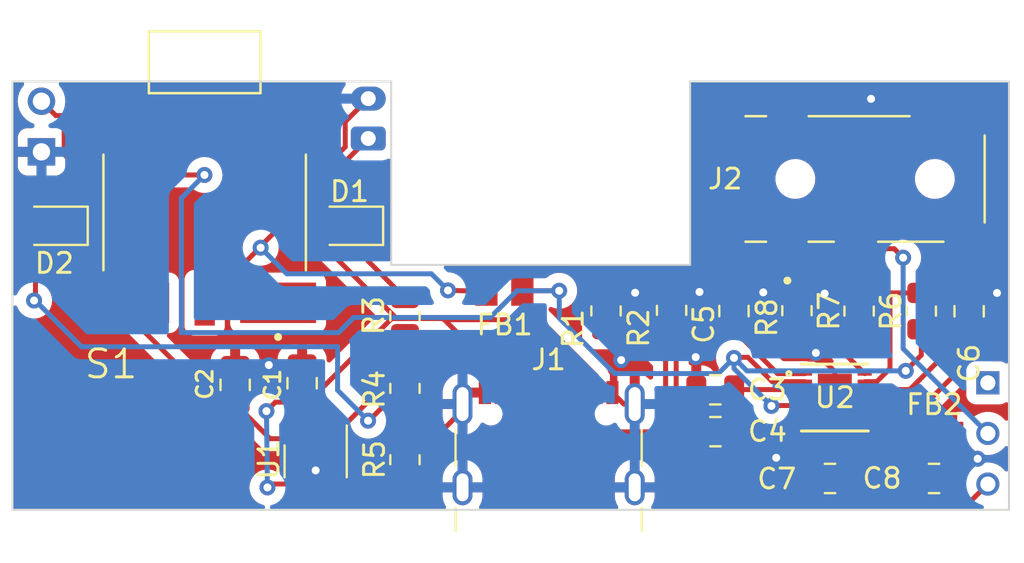
<source format=kicad_pcb>
(kicad_pcb (version 20221018) (generator pcbnew)
  (layers (0 "F.Cu" signal) (31 "B.Cu" signal) (34 "B.Paste" user) (35 "F.Paste" user) (36 "B.SilkS" user "B.Silkscreen") (37 "F.SilkS" user "F.Silkscreen") (38 "B.Mask" user) (39 "F.Mask" user) (44 "Edge.Cuts" user))
  (net 0 "")
  (net 7 "Net-(U2-TH)")
  (net 8 "Net-(U2-MICIN)")
  (net 9 "Net-(U2-MICBIAS)")
  (net 10 "Net-(U2-CT)")
  (net 11 "Net-(U2-CG)")
  (net 12 "Net-(U2-BIAS)")
  (net 13 "Net-(U1-V_{BAT})")
  (net 14 "Net-(U1-STAT)")
  (net 15 "Net-(U1-PROG)")
  (net 17 "Net-(J1-CC2)")
  (net 18 "Net-(J1-CC1)")
  (net 19 "Net-(D2-A)")
  (net 20 "Net-(D1-K)")
  (net 21 "GND")
  (net 22 "/OUTPUT")
  (net 23 "/5V")
  (net 24 "Net-(U2-MICOUT)")
  (net 26 "Net-(J2-Pad2)")
  (net 30 "/VBAT")
  (net 31 "VDD")
  (net 32 "unconnected-(U2-NC-Pad4)")
  (footprint "Capacitor_SMD:C_0805_2012Metric" (layer "F.Cu") (at 144.53 119.28 -90)
    (fp_text reference "C1" (at 0.08 1.48 90) (layer "F.SilkS") (effects (font (size 0.8 0.8))))
    (fp_text value "10uF")
    (fp_line (start -0.261252 -0.735) (end 0.261252 -0.735) (stroke (width 0.12)) (layer "F.SilkS"))
    (fp_line (start -0.261252 0.735) (end 0.261252 0.735) (stroke (width 0.12)) (layer "F.SilkS"))
    (pad "1" smd roundrect (at -0.95 0 270) (size 1 1.45) (layers "F.Cu" "F.Paste" "F.Mask") (net 21 "GND"))
    (pad "2" smd roundrect (at 0.95 0 270) (size 1 1.45) (layers "F.Cu" "F.Paste" "F.Mask") (net 23 "/5V"))
  )
  (footprint "Resistor_SMD:R_0805_2012Metric" (layer "F.Cu") (at 149.69 119.54 -90)
    (fp_text reference "R4" (at 0.05 1.54 90) (layer "F.SilkS"))
    (fp_text value "470")
    (fp_line (start -0.227064 -0.735) (end 0.227064 -0.735) (stroke (width 0.12)) (layer "F.SilkS"))
    (fp_line (start -0.227064 0.735) (end 0.227064 0.735) (stroke (width 0.12)) (layer "F.SilkS"))
    (pad "1" smd roundrect (at -0.9125 0 270) (size 1.025 1.4) (layers "F.Cu" "F.Paste" "F.Mask") (roundrect_rratio 0.243902439) (net 14 "Net-(U1-STAT)"))
    (pad "2" smd roundrect (at 0.9125 0 270) (size 1.025 1.4) (layers "F.Cu" "F.Paste" "F.Mask") (roundrect_rratio 0.243902439) (net 19 "Net-(D2-A)"))
  )
  (footprint "Capacitor_SMD:C_0805_2012Metric" (layer "F.Cu") (at 165.26 119.61)
    (fp_text reference "C3" (at 2.61 0) (layer "F.SilkS"))
    (fp_text value "2.2uF")
    (fp_line (start -0.261252 -0.735) (end 0.261252 -0.735) (stroke (width 0.12)) (layer "F.SilkS"))
    (fp_line (start -0.261252 0.735) (end 0.261252 0.735) (stroke (width 0.12)) (layer "F.SilkS"))
    (pad "1" smd roundrect (at -0.95 0) (size 1 1.45) (layers "F.Cu" "F.Paste" "F.Mask") (net 21 "GND"))
    (pad "2" smd roundrect (at 0.95 0) (size 1 1.45) (layers "F.Cu" "F.Paste" "F.Mask") (net 11 "Net-(U2-CG)"))
  )
  (footprint "Resistor_SMD:R_0805_2012Metric" (layer "F.Cu") (at 149.69 123.12 90)
    (fp_text reference "R5" (at 0.0025 -1.53 90) (layer "F.SilkS"))
    (fp_text value "2.2k")
    (fp_line (start -0.227064 -0.735) (end 0.227064 -0.735) (stroke (width 0.12)) (layer "F.SilkS"))
    (fp_line (start -0.227064 0.735) (end 0.227064 0.735) (stroke (width 0.12)) (layer "F.SilkS"))
    (pad "1" smd roundrect (at -0.9125 0 90) (size 1.025 1.4) (layers "F.Cu" "F.Paste" "F.Mask") (roundrect_rratio 0.243902439) (net 15 "Net-(U1-PROG)"))
    (pad "2" smd roundrect (at 0.9125 0 90) (size 1.025 1.4) (layers "F.Cu" "F.Paste" "F.Mask") (roundrect_rratio 0.243902439) (net 21 "GND"))
  )
  (footprint "" (layer "F.Cu") (at 178.94 119.26 -90)
    (fp_text reference "" (at 0 0 90) (layer "F.SilkS") (effects (font (size 1.27 1.27))))
    (fp_text value "" (at 0 0 90) (layer "F.SilkS") (effects (font (size 1.27 1.27))))
    (pad "1" thru_hole rect (at 0 0 270) (size 1.16 1.16) (drill 0.76) (layers "*.Cu" "*.Mask"))
  )
  (footprint "LED_SMD:LED_0805_2012Metric" (layer "F.Cu") (at 132.0875 111.38 180)
    (fp_text reference "D2" (at -0.01 -1.88) (layer "F.SilkS"))
    (fp_text value "LED")
    (fp_line (start -1.685 -0.96) (end -1.685 0.96) (stroke (width 0.12)) (layer "F.SilkS"))
    (fp_line (start -1.685 0.96) (end 1 0.96) (stroke (width 0.12)) (layer "F.SilkS"))
    (fp_line (start 1 -0.96) (end -1.685 -0.96) (stroke (width 0.12)) (layer "F.SilkS"))
    (pad "1" smd roundrect (at -0.9375 0 180) (size 0.975 1.4) (layers "F.Cu" "F.Paste" "F.Mask") (net 21 "GND"))
    (pad "2" smd roundrect (at 0.9375 0 180) (size 0.975 1.4) (layers "F.Cu" "F.Paste" "F.Mask") (net 19 "Net-(D2-A)"))
  )
  (footprint "Resistor_SMD:R_0805_2012Metric" (layer "F.Cu") (at 149.69 115.91 90)
    (fp_text reference "R3" (at 0.02 -1.57 90) (layer "F.SilkS"))
    (fp_text value "470")
    (fp_line (start -0.227064 -0.735) (end 0.227064 -0.735) (stroke (width 0.12)) (layer "F.SilkS"))
    (fp_line (start -0.227064 0.735) (end 0.227064 0.735) (stroke (width 0.12)) (layer "F.SilkS"))
    (pad "1" smd roundrect (at -0.9125 0 90) (size 1.025 1.4) (layers "F.Cu" "F.Paste" "F.Mask") (roundrect_rratio 0.243902439) (net 14 "Net-(U1-STAT)"))
    (pad "2" smd roundrect (at 0.9125 0 90) (size 1.025 1.4) (layers "F.Cu" "F.Paste" "F.Mask") (roundrect_rratio 0.243902439) (net 20 "Net-(D1-K)"))
  )
  (footprint "54-00177:TENSILITY_54-00177" (layer "F.Cu") (at 172.78 109.03 -90)
    (fp_text reference "J2" (at 0 7.02) (layer "F.SilkS"))
    (fp_text value "54-00177")
    (fp_line (start -3.15 -2.23) (end -3.15 2.83) (stroke (width 0.127)) (layer "F.SilkS"))
    (fp_line (start -3.15 6) (end -3.15 4.97) (stroke (width 0.127)) (layer "F.SilkS"))
    (fp_line (start -2.18 -6) (end 2.18 -6) (stroke (width 0.127)) (layer "F.SilkS"))
    (fp_line (start 3.15 -0.656) (end 3.15 -3.93) (stroke (width 0.127)) (layer "F.SilkS"))
    (fp_line (start 3.15 2.835) (end 3.15 1.57) (stroke (width 0.127)) (layer "F.SilkS"))
    (fp_line (start 3.15 6) (end 3.15 4.97) (stroke (width 0.127)) (layer "F.SilkS"))
    (fp_circle (center 5.1 3.9) (end 5.2 3.9) (stroke (width 0.2)) (fill none) (layer "F.SilkS"))
    (pad "" np_thru_hole circle (at 0 -3.5 270) (size 1.5 1.5) (drill 1.5) (layers "*.Cu" "*.Mask"))
    (pad "" np_thru_hole circle (at 0 3.5 270) (size 1.5 1.5) (drill 1.5) (layers "*.Cu" "*.Mask"))
    (pad "1" smd rect (at 3.5 3.9 270) (size 2 1.5) (layers "F.Cu" "F.Paste" "F.Mask"))
    (pad "2" smd rect (at -3.5 3.9 270) (size 2 1.5) (layers "F.Cu" "F.Paste" "F.Mask") (net 26 "Net-(J2-Pad2)"))
    (pad "3" smd rect (at 3.5 0.5 270) (size 2 1.5) (layers "F.Cu" "F.Paste" "F.Mask") (net 26 "Net-(J2-Pad2)"))
    (pad "4" smd rect (at -3.5 -3.3 270) (size 2 1.5) (layers "F.Cu" "F.Paste" "F.Mask") (net 21 "GND"))
    (pad "5" smd rect (at -3.5 -5.5 270) (size 2 1.5) (layers "F.Cu" "F.Paste" "F.Mask"))
    (pad "6" smd rect (at 3.5 -5 270) (size 2 1.5) (layers "F.Cu" "F.Paste" "F.Mask"))
  )
  (footprint "Capacitor_SMD:C_0805_2012Metric" (layer "F.Cu") (at 166.2 115.66 -90)
    (fp_text reference "C5" (at 0.66 1.52 -270) (layer "F.SilkS"))
    (fp_text value "0.1uF")
    (fp_line (start -0.261252 -0.735) (end 0.261252 -0.735) (stroke (width 0.12)) (layer "F.SilkS"))
    (fp_line (start -0.261252 0.735) (end 0.261252 0.735) (stroke (width 0.12)) (layer "F.SilkS"))
    (pad "1" smd roundrect (at -0.95 0 270) (size 1 1.45) (layers "F.Cu" "F.Paste" "F.Mask") (net 21 "GND"))
    (pad "2" smd roundrect (at 0.95 0 270) (size 1 1.45) (layers "F.Cu" "F.Paste" "F.Mask") (net 10 "Net-(U2-CT)"))
  )
  (footprint "Resistor_SMD:R_0805_2012Metric" (layer "F.Cu") (at 163.07 115.6225 90)
    (fp_text reference "R2" (at -0.89 -1.65 90) (layer "F.SilkS"))
    (fp_text value "5.1K")
    (fp_line (start -0.227064 -0.735) (end 0.227064 -0.735) (stroke (width 0.12)) (layer "F.SilkS"))
    (fp_line (start -0.227064 0.735) (end 0.227064 0.735) (stroke (width 0.12)) (layer "F.SilkS"))
    (pad "1" smd roundrect (at -0.9125 0 90) (size 1.025 1.4) (layers "F.Cu" "F.Paste" "F.Mask") (roundrect_rratio 0.243902439) (net 18 "Net-(J1-CC1)"))
    (pad "2" smd roundrect (at 0.9125 0 90) (size 1.025 1.4) (layers "F.Cu" "F.Paste" "F.Mask") (roundrect_rratio 0.243902439) (net 21 "GND"))
  )
  (footprint "Package_TO_SOT_SMD:SOT-23-5" (layer "F.Cu") (at 145.21 123.2 -90)
    (fp_text reference "U1" (at -0.09 2.35 90) (layer "F.SilkS"))
    (fp_text value "MCP73831-2-OT")
    (fp_line (start 0 -1.56) (end -1.8 -1.56) (stroke (width 0.12)) (layer "F.SilkS"))
    (fp_line (start 0 -1.56) (end 0.8 -1.56) (stroke (width 0.12)) (layer "F.SilkS"))
    (fp_line (start 0 1.56) (end -0.8 1.56) (stroke (width 0.12)) (layer "F.SilkS"))
    (fp_line (start 0 1.56) (end 0.8 1.56) (stroke (width 0.12)) (layer "F.SilkS"))
    (pad "1" smd roundrect (at -1.1375 -0.95 270) (size 1.325 0.6) (layers "F.Cu" "F.Paste" "F.Mask") (net 14 "Net-(U1-STAT)"))
    (pad "2" smd roundrect (at -1.1375 0 270) (size 1.325 0.6) (layers "F.Cu" "F.Paste" "F.Mask") (net 21 "GND"))
    (pad "3" smd roundrect (at -1.1375 0.95 270) (size 1.325 0.6) (layers "F.Cu" "F.Paste" "F.Mask") (net 13 "Net-(U1-V_{BAT})"))
    (pad "4" smd roundrect (at 1.1375 0.95 270) (size 1.325 0.6) (layers "F.Cu" "F.Paste" "F.Mask") (net 23 "/5V"))
    (pad "5" smd roundrect (at 1.1375 -0.95 270) (size 1.325 0.6) (layers "F.Cu" "F.Paste" "F.Mask") (net 15 "Net-(U1-PROG)"))
  )
  (footprint "" (layer "F.Cu") (at 178.94 124.34 -90)
    (fp_text reference "" (at 0 0 90) (layer "F.SilkS") (effects (font (size 1.27 1.27))))
    (fp_text value "" (at 0 0 90) (layer "F.SilkS") (effects (font (size 1.27 1.27))))
    (pad "3" thru_hole circle (at 0 0 270) (size 1.16 1.16) (drill 0.76) (layers "*.Cu" "*.Mask") (net 22 "/OUTPUT"))
  )
  (footprint "Resistor_SMD:R_0805_2012Metric" (layer "F.Cu") (at 169.36 115.64 90)
    (fp_text reference "R8" (at -0.35 -1.51 90) (layer "F.SilkS"))
    (fp_text value "100k")
    (fp_line (start -0.227064 -0.735) (end 0.227064 -0.735) (stroke (width 0.12)) (layer "F.SilkS"))
    (fp_line (start -0.227064 0.735) (end 0.227064 0.735) (stroke (width 0.12)) (layer "F.SilkS"))
    (pad "1" smd roundrect (at -0.9125 0 90) (size 1.025 1.4) (layers "F.Cu" "F.Paste" "F.Mask") (roundrect_rratio 0.243902439) (net 7 "Net-(U2-TH)"))
    (pad "2" smd roundrect (at 0.9125 0 90) (size 1.025 1.4) (layers "F.Cu" "F.Paste" "F.Mask") (roundrect_rratio 0.243902439) (net 21 "GND"))
  )
  (footprint "LI0805H151R_10:IND_LI0805H151R-10_LRD" (layer "F.Cu") (at 176.25 121.94)
    (fp_text reference "FB2" (at 0 -1.59 unlocked) (layer "F.SilkS"))
    (fp_text value "FERRITE")
    (pad "1" smd rect (at -0.9017 0) (size 1.1176 1.4478) (layers "F.Cu" "F.Paste" "F.Mask") (net 21 "GND"))
    (pad "2" smd rect (at 0.9017 0) (size 1.1176 1.4478) (layers "F.Cu" "F.Paste" "F.Mask") (net 21 "GND"))
    (zone (net 0) (net_name "") (layer "F.Cu") (connect_pads (clearance 0)) (min_thickness 0.254)
      (keepout (tracks not_allowed) (vias not_allowed) (pads allowed) (copperpour not_allowed) (footprints allowed))
      (fill (thermal_gap 0.508) (thermal_bridge_width 0.508))
      (polygon (pts (xy 175.9579 121.2669) (xy 176.5421 121.2669) (xy 176.5421 122.6131) (xy 175.9579 122.6131)))
    )
  )
  (footprint "Capacitor_SMD:C_0805_2012Metric" (layer "F.Cu") (at 141.17 119.36 90)
    (fp_text reference "C2" (at 0.04 -1.52 90) (layer "F.SilkS") (effects (font (size 0.8 0.8))))
    (fp_text value "10uF")
    (fp_line (start -0.261252 -0.735) (end 0.261252 -0.735) (stroke (width 0.12)) (layer "F.SilkS"))
    (fp_line (start -0.261252 0.735) (end 0.261252 0.735) (stroke (width 0.12)) (layer "F.SilkS"))
    (pad "1" smd roundrect (at -0.95 0 90) (size 1 1.45) (layers "F.Cu" "F.Paste" "F.Mask") (net 13 "Net-(U1-V_{BAT})"))
    (pad "2" smd roundrect (at 0.95 0 90) (size 1 1.45) (layers "F.Cu" "F.Paste" "F.Mask") (net 21 "GND"))
  )
  (footprint "" (layer "F.Cu") (at 131.45 107.67)
    (fp_text reference "" (at 0 0) (layer "F.SilkS") (effects (font (size 1.27 1.27))))
    (fp_text value "" (at 0 0) (layer "F.SilkS") (effects (font (size 1.27 1.27))))
    (pad "1" thru_hole rect (at 0 0) (size 1.378 1.378) (drill 0.87) (layers "*.Cu" "*.Mask") (net 21 "GND"))
  )
  (footprint "Capacitor_SMD:C_0805_2012Metric" (layer "F.Cu") (at 165.27 121.71)
    (fp_text reference "C4" (at 2.61 -0.01) (layer "F.SilkS"))
    (fp_text value "10uF")
    (fp_line (start -0.261252 -0.735) (end 0.261252 -0.735) (stroke (width 0.12)) (layer "F.SilkS"))
    (fp_line (start -0.261252 0.735) (end 0.261252 0.735) (stroke (width 0.12)) (layer "F.SilkS"))
    (pad "1" smd roundrect (at -0.95 0) (size 1 1.45) (layers "F.Cu" "F.Paste" "F.Mask") (net 22 "/OUTPUT"))
    (pad "2" smd roundrect (at 0.95 0) (size 1 1.45) (layers "F.Cu" "F.Paste" "F.Mask") (net 24 "Net-(U2-MICOUT)"))
  )
  (footprint "LI0805H151R_10:IND_LI0805H151R-10_LRD" (layer "F.Cu") (at 154.68 114.67)
    (fp_text reference "FB1" (at 0.01 1.68 unlocked) (layer "F.SilkS"))
    (fp_text value "FERRITE")
    (pad "1" smd rect (at -0.9017 0) (size 1.1176 1.4478) (layers "F.Cu" "F.Paste" "F.Mask") (net 30 "/VBAT"))
    (pad "2" smd rect (at 0.9017 0) (size 1.1176 1.4478) (layers "F.Cu" "F.Paste" "F.Mask") (net 31 "VDD"))
    (zone (net 0) (net_name "") (layer "F.Cu") (connect_pads (clearance 0)) (min_thickness 0.254)
      (keepout (tracks not_allowed) (vias not_allowed) (pads allowed) (copperpour not_allowed) (footprints allowed))
      (fill (thermal_gap 0.508) (thermal_bridge_width 0.508))
      (polygon (pts (xy 154.3879 113.9969) (xy 154.9721 113.9969) (xy 154.9721 115.3431) (xy 154.3879 115.3431)))
    )
  )
  (footprint "MAX9814etd+T:21-0137I_T1433-2_MXM" (layer "F.Cu") (at 171.2614 120)
    (fp_text reference "U2" (at 0 0 unlocked) (layer "F.SilkS"))
    (fp_text value "max9814etd+t")
    (fp_line (start -1.6764 1.6764) (end 1.6764 1.6764) (stroke (width 0.1524)) (layer "F.SilkS"))
    (fp_line (start 1.6764 -1.6764) (end -1.6764 -1.6764) (stroke (width 0.1524)) (layer "F.SilkS"))
    (fp_circle (center -2.305 -1.2) (end -2.2034 -1.2) (stroke (width 0.1524)) (fill none) (layer "F.SilkS"))
    (pad "1" smd rect (at -1.4986 -1.2) (size 0.7112 0.2032) (layers "F.Cu" "F.Paste" "F.Mask") (net 10 "Net-(U2-CT)"))
    (pad "2" smd rect (at -1.4986 -0.800001) (size 0.7112 0.2032) (layers "F.Cu" "F.Paste" "F.Mask") (net 31 "VDD"))
    (pad "3" smd rect (at -1.4986 -0.399999) (size 0.7112 0.2032) (layers "F.Cu" "F.Paste" "F.Mask") (net 11 "Net-(U2-CG)"))
    (pad "4" smd rect (at -1.4986 0) (size 0.7112 0.2032) (layers "F.Cu" "F.Paste" "F.Mask") (net 32 "unconnected-(U2-NC-Pad4)"))
    (pad "5" smd rect (at -1.4986 0.399999) (size 0.7112 0.2032) (layers "F.Cu" "F.Paste" "F.Mask") (net 31 "VDD"))
    (pad "6" smd rect (at -1.4986 0.800001) (size 0.7112 0.2032) (layers "F.Cu" "F.Paste" "F.Mask") (net 24 "Net-(U2-MICOUT)"))
    (pad "7" smd rect (at -1.4986 1.2) (size 0.7112 0.2032) (layers "F.Cu" "F.Paste" "F.Mask") (net 21 "GND"))
    (pad "8" smd rect (at 1.4986 1.2) (size 0.7112 0.2032) (layers "F.Cu" "F.Paste" "F.Mask") (net 8 "Net-(U2-MICIN)"))
    (pad "9" smd rect (at 1.4986 0.800001) (size 0.7112 0.2032) (layers "F.Cu" "F.Paste" "F.Mask"))
    (pad "10" smd rect (at 1.4986 0.399999) (size 0.7112 0.2032) (layers "F.Cu" "F.Paste" "F.Mask") (net 31 "VDD"))
    (pad "11" smd rect (at 1.4986 0) (size 0.7112 0.2032) (layers "F.Cu" "F.Paste" "F.Mask"))
    (pad "12" smd rect (at 1.4986 -0.399999) (size 0.7112 0.2032) (layers "F.Cu" "F.Paste" "F.Mask") (net 12 "Net-(U2-BIAS)"))
    (pad "13" smd rect (at 1.4986 -0.800001) (size 0.7112 0.2032) (layers "F.Cu" "F.Paste" "F.Mask") (net 9 "Net-(U2-MICBIAS)"))
    (pad "14" smd rect (at 1.4986 -1.2) (size 0.7112 0.2032) (layers "F.Cu" "F.Paste" "F.Mask") (net 7 "Net-(U2-TH)"))
    (pad "15" smd rect (at 0 0) (size 1.7018 2.3876) (layers "F.Cu" "F.Paste" "F.Mask") (net 21 "GND"))
  )
  (footprint "" (layer "F.Cu") (at 147.85 105)
    (fp_text reference "" (at 0 0) (layer "F.SilkS") (effects (font (size 1.27 1.27))))
    (fp_text value "" (at 0 0) (layer "F.SilkS") (effects (font (size 1.27 1.27))))
    (pad "2" thru_hole oval (at 0 0 90) (size 1.2 1.75) (drill 0.75) (layers "*.Cu" "*.Mask") (net 21 "GND"))
  )
  (footprint "500ASSP1SM6QE:SW_500ASSP1SM6QE" (layer "F.Cu") (at 139.64 110.71 180)
    (fp_text reference "S1" (at 4.7 -7.61) (layer "F.SilkS") (effects (font (size 1.4 1.4))))
    (fp_text value "500ASSP1SM6QE")
    (fp_line (start -5.08 -2.899) (end -5.08 2.899) (stroke (width 0.127)) (layer "F.SilkS"))
    (fp_line (start -2.8 5.985) (end -2.8 9.085) (stroke (width 0.127)) (layer "F.SilkS"))
    (fp_line (start -2.8 5.985) (end 2.8 5.985) (stroke (width 0.127)) (layer "F.SilkS"))
    (fp_line (start -2.8 9.085) (end 2.8 9.085) (stroke (width 0.127)) (layer "F.SilkS"))
    (fp_line (start 2.8 9.085) (end 2.8 5.985) (stroke (width 0.127)) (layer "F.SilkS"))
    (fp_line (start 5.08 -2.899) (end 5.08 2.899) (stroke (width 0.127)) (layer "F.SilkS"))
    (fp_circle (center -3.685 -6.25) (end -3.585 -6.25) (stroke (width 0.2)) (fill none) (layer "F.SilkS"))
    (pad "1" smd rect (at -3.685 -4.535 180) (size 3.81 2.03) (layers "F.Cu" "F.Paste" "F.Mask"))
    (pad "2" smd rect (at 0 -4.535 180) (size 1.02 2.29) (layers "F.Cu" "F.Paste" "F.Mask") (net 30 "/VBAT"))
    (pad "3" smd rect (at 3.685 -4.535 180) (size 3.81 2.03) (layers "F.Cu" "F.Paste" "F.Mask") (net 13 "Net-(U1-V_{BAT})"))
    (pad "S1" smd rect (at -5 4.535 180) (size 3 2.5) (layers "F.Cu" "F.Paste" "F.Mask"))
    (pad "S2" smd rect (at 5 4.535 180) (size 3 2.5) (layers "F.Cu" "F.Paste" "F.Mask"))
  )
  (footprint "Capacitor_SMD:C_0805_2012Metric" (layer "F.Cu") (at 176.24 124.06)
    (fp_text reference "C8" (at -2.61 -0.01) (layer "F.SilkS"))
    (fp_text value "2.2uF")
    (fp_line (start -0.261252 -0.735) (end 0.261252 -0.735) (stroke (width 0.12)) (layer "F.SilkS"))
    (fp_line (start -0.261252 0.735) (end 0.261252 0.735) (stroke (width 0.12)) (layer "F.SilkS"))
    (pad "1" smd roundrect (at -0.95 0) (size 1 1.45) (layers "F.Cu" "F.Paste" "F.Mask") (net 31 "VDD"))
    (pad "2" smd roundrect (at 0.95 0) (size 1 1.45) (layers "F.Cu" "F.Paste" "F.Mask") (net 21 "GND"))
  )
  (footprint "" (layer "F.Cu") (at 131.45 105.13)
    (fp_text reference "" (at 0 0) (layer "F.SilkS") (effects (font (size 1.27 1.27))))
    (fp_text value "" (at 0 0) (layer "F.SilkS") (effects (font (size 1.27 1.27))))
    (pad "2" thru_hole circle (at 0 0) (size 1.378 1.378) (drill 0.87) (layers "*.Cu" "*.Mask") (net 31 "VDD"))
  )
  (footprint "" (layer "F.Cu") (at 147.85 107)
    (fp_text reference "" (at 0 0) (layer "F.SilkS") (effects (font (size 1.27 1.27))))
    (fp_text value "" (at 0 0) (layer "F.SilkS") (effects (font (size 1.27 1.27))))
    (pad "1" thru_hole roundrect (at 0 0 90) (size 1.2 1.75) (drill 0.75) (layers "*.Cu" "*.Mask") (roundrect_rratio 0.2083333333) (net 30 "/VBAT"))
  )
  (footprint "LED_SMD:LED_0805_2012Metric" (layer "F.Cu") (at 146.91 111.38 180)
    (fp_text reference "D1" (at 0 1.72) (layer "F.SilkS"))
    (fp_text value "LED")
    (fp_line (start -1.685 -0.96) (end -1.685 0.96) (stroke (width 0.12)) (layer "F.SilkS"))
    (fp_line (start -1.685 0.96) (end 1 0.96) (stroke (width 0.12)) (layer "F.SilkS"))
    (fp_line (start 1 -0.96) (end -1.685 -0.96) (stroke (width 0.12)) (layer "F.SilkS"))
    (pad "1" smd roundrect (at -0.9375 0 180) (size 0.975 1.4) (layers "F.Cu" "F.Paste" "F.Mask") (net 20 "Net-(D1-K)"))
    (pad "2" smd roundrect (at 0.9375 0 180) (size 0.975 1.4) (layers "F.Cu" "F.Paste" "F.Mask") (net 23 "/5V"))
  )
  (footprint "Capacitor_SMD:C_0805_2012Metric" (layer "F.Cu") (at 178 115.67 -90)
    (fp_text reference "C6" (at 2.61 0 90) (layer "F.SilkS"))
    (fp_text value "0.47uF")
    (fp_line (start -0.261252 -0.735) (end 0.261252 -0.735) (stroke (width 0.12)) (layer "F.SilkS"))
    (fp_line (start -0.261252 0.735) (end 0.261252 0.735) (stroke (width 0.12)) (layer "F.SilkS"))
    (pad "1" smd roundrect (at -0.95 0 270) (size 1 1.45) (layers "F.Cu" "F.Paste" "F.Mask") (net 21 "GND"))
    (pad "2" smd roundrect (at 0.95 0 270) (size 1 1.45) (layers "F.Cu" "F.Paste" "F.Mask") (net 12 "Net-(U2-BIAS)"))
  )
  (footprint "Capacitor_SMD:C_0805_2012Metric" (layer "F.Cu") (at 171.02 124.06)
    (fp_text reference "C7" (at -2.67 0.02) (layer "F.SilkS"))
    (fp_text value "0.1uF")
    (fp_line (start -0.261252 -0.735) (end 0.261252 -0.735) (stroke (width 0.12)) (layer "F.SilkS"))
    (fp_line (start -0.261252 0.735) (end 0.261252 0.735) (stroke (width 0.12)) (layer "F.SilkS"))
    (pad "1" smd roundrect (at -0.95 0) (size 1 1.45) (layers "F.Cu" "F.Paste" "F.Mask") (net 8 "Net-(U2-MICIN)"))
    (pad "2" smd roundrect (at 0.95 0) (size 1 1.45) (layers "F.Cu" "F.Paste" "F.Mask") (net 31 "VDD"))
  )
  (footprint "" (layer "F.Cu") (at 178.94 121.8 -90)
    (fp_text reference "" (at 0 0 90) (layer "F.SilkS") (effects (font (size 1.27 1.27))))
    (fp_text value "" (at 0 0 90) (layer "F.SilkS") (effects (font (size 1.27 1.27))))
    (pad "2" thru_hole circle (at 0 0 270) (size 1.16 1.16) (drill 0.76) (layers "*.Cu" "*.Mask") (net 26 "Net-(J2-Pad2)"))
  )
  (footprint "Connector_USB:USB_C_Receptacle_GCT_USB4105-xx-A_16P_TopMnt_Horizontal" (layer "F.Cu") (at 156.9 123.43)
    (fp_text reference "J1" (at 0 -5.33 unlocked) (layer "F.SilkS"))
    (fp_text value "USB_C_Receptacle_USB2.0")
    (fp_line (start -4.67 0) (end -4.67 -1.8) (stroke (width 0.12)) (layer "F.SilkS"))
    (fp_line (start -4.67 2.1) (end -4.67 3.25) (stroke (width 0.12)) (layer "F.SilkS"))
    (fp_line (start 4.67 0) (end 4.67 -1.8) (stroke (width 0.12)) (layer "F.SilkS"))
    (fp_line (start 4.67 2.1) (end 4.67 3.25) (stroke (width 0.12)) (layer "F.SilkS"))
    (pad "" np_thru_hole circle (at -2.89 -2.605) (size 0.65 0.65) (drill 0.65) (layers "F&B.Cu" "*.Mask"))
    (pad "" np_thru_hole circle (at 2.89 -2.605) (size 0.65 0.65) (drill 0.65) (layers "F&B.Cu" "*.Mask"))
    (pad "A1" smd rect (at -3.2 -3.68) (size 0.6 1.15) (layers "F.Cu" "F.Paste" "F.Mask") (net 21 "GND"))
    (pad "A4" smd rect (at -2.4 -3.68) (size 0.6 1.15) (layers "F.Cu" "F.Paste" "F.Mask") (net 23 "/5V"))
    (pad "A5" smd rect (at -1.25 -3.68) (size 0.3 1.15) (layers "F.Cu" "F.Paste" "F.Mask") (net 18 "Net-(J1-CC1)"))
    (pad "A6" smd rect (at -0.25 -3.68) (size 0.3 1.15) (layers "F.Cu" "F.Paste" "F.Mask"))
    (pad "A7" smd rect (at 0.25 -3.68) (size 0.3 1.15) (layers "F.Cu" "F.Paste" "F.Mask"))
    (pad "A8" smd rect (at 1.25 -3.68) (size 0.3 1.15) (layers "F.Cu" "F.Paste" "F.Mask"))
    (pad "A9" smd rect (at 2.4 -3.68) (size 0.6 1.15) (layers "F.Cu" "F.Paste" "F.Mask") (net 23 "/5V"))
    (pad "A12" smd rect (at 3.2 -3.68) (size 0.6 1.15) (layers "F.Cu" "F.Paste" "F.Mask") (net 21 "GND"))
    (pad "B1" smd rect (at 3.2 -3.68) (size 0.6 1.15) (layers "F.Cu" "F.Paste" "F.Mask") (net 21 "GND"))
    (pad "B4" smd rect (at 2.4 -3.68) (size 0.6 1.15) (layers "F.Cu" "F.Paste" "F.Mask") (net 23 "/5V"))
    (pad "B5" smd rect (at 1.75 -3.68) (size 0.3 1.15) (layers "F.Cu" "F.Paste" "F.Mask") (net 17 "Net-(J1-CC2)"))
    (pad "B6" smd rect (at 0.75 -3.68) (size 0.3 1.15) (layers "F.Cu" "F.Paste" "F.Mask"))
    (pad "B7" smd rect (at -0.75 -3.68) (size 0.3 1.15) (layers "F.Cu" "F.Paste" "F.Mask"))
    (pad "B8" smd rect (at -1.75 -3.68) (size 0.3 1.15) (layers "F.Cu" "F.Paste" "F.Mask"))
    (pad "B9" smd rect (at -2.4 -3.68) (size 0.6 1.15) (layers "F.Cu" "F.Paste" "F.Mask") (net 23 "/5V"))
    (pad "B12" smd rect (at -3.2 -3.68) (size 0.6 1.15) (layers "F.Cu" "F.Paste" "F.Mask") (net 21 "GND"))
    (pad "S1" thru_hole oval (at -4.32 -3.105) (size 1 2.1) (drill oval 0.6 1.7) (layers "*.Cu" "*.Mask" "F.Paste") (net 21 "GND"))
    (pad "S1" thru_hole oval (at -4.32 1.075) (size 1 1.8) (drill oval 0.6 1.4) (layers "*.Cu" "*.Mask" "F.Paste") (net 21 "GND"))
    (pad "S1" thru_hole oval (at 4.32 -3.105) (size 1 2.1) (drill oval 0.6 1.7) (layers "*.Cu" "*.Mask" "F.Paste") (net 21 "GND"))
    (pad "S1" thru_hole oval (at 4.32 1.075) (size 1 1.8) (drill oval 0.6 1.4) (layers "*.Cu" "*.Mask" "F.Paste") (net 21 "GND"))
  )
  (footprint "Resistor_SMD:R_0805_2012Metric" (layer "F.Cu") (at 175.6 115.66 90)
    (fp_text reference "R6" (at 0 -1.52 90) (layer "F.SilkS"))
    (fp_text value "2.2K")
    (fp_line (start -0.227064 -0.735) (end 0.227064 -0.735) (stroke (width 0.12)) (layer "F.SilkS"))
    (fp_line (start -0.227064 0.735) (end 0.227064 0.735) (stroke (width 0.12)) (layer "F.SilkS"))
    (pad "1" smd roundrect (at -0.9125 0 90) (size 1.025 1.4) (layers "F.Cu" "F.Paste" "F.Mask") (roundrect_rratio 0.243902439) (net 31 "VDD"))
    (pad "2" smd roundrect (at 0.9125 0 90) (size 1.025 1.4) (layers "F.Cu" "F.Paste" "F.Mask") (roundrect_rratio 0.243902439) (net 9 "Net-(U2-MICBIAS)"))
  )
  (footprint "Resistor_SMD:R_0805_2012Metric" (layer "F.Cu") (at 172.48 115.66 -90)
    (fp_text reference "R7" (at 0 1.51 90) (layer "F.SilkS"))
    (fp_text value "150k")
    (fp_line (start -0.227064 -0.735) (end 0.227064 -0.735) (stroke (width 0.12)) (layer "F.SilkS"))
    (fp_line (start -0.227064 0.735) (end 0.227064 0.735) (stroke (width 0.12)) (layer "F.SilkS"))
    (pad "1" smd roundrect (at -0.9125 0 270) (size 1.025 1.4) (layers "F.Cu" "F.Paste" "F.Mask") (roundrect_rratio 0.243902439) (net 9 "Net-(U2-MICBIAS)"))
    (pad "2" smd roundrect (at 0.9125 0 270) (size 1.025 1.4) (layers "F.Cu" "F.Paste" "F.Mask") (roundrect_rratio 0.243902439) (net 7 "Net-(U2-TH)"))
  )
  (footprint "Resistor_SMD:R_0805_2012Metric" (layer "F.Cu") (at 159.78 115.6525 90)
    (fp_text reference "R1" (at -0.89 -1.65 90) (layer "F.SilkS"))
    (fp_text value "5.1K")
    (fp_line (start -0.227064 -0.735) (end 0.227064 -0.735) (stroke (width 0.12)) (layer "F.SilkS"))
    (fp_line (start -0.227064 0.735) (end 0.227064 0.735) (stroke (width 0.12)) (layer "F.SilkS"))
    (pad "1" smd roundrect (at -0.9125 0 90) (size 1.025 1.4) (layers "F.Cu" "F.Paste" "F.Mask") (roundrect_rratio 0.243902439) (net 17 "Net-(J1-CC2)"))
    (pad "2" smd roundrect (at 0.9125 0 90) (size 1.025 1.4) (layers "F.Cu" "F.Paste" "F.Mask") (roundrect_rratio 0.243902439) (net 21 "GND"))
  )
  (gr_line (start 164 104.14) (end 180 104.14) (stroke (width 0.1)) (layer "Edge.Cuts"))
  (gr_line (start 180 125.63) (end 130 125.63) (stroke (width 0.1)) (layer "Edge.Cuts"))
  (gr_line (start 130 104.14) (end 130 125.63) (stroke (width 0.1)) (layer "Edge.Cuts"))
  (gr_line (start 130 104.14) (end 149 104.14) (stroke (width 0.1)) (layer "Edge.Cuts"))
  (gr_line (start 149 113.34) (end 164 113.34) (stroke (width 0.1)) (layer "Edge.Cuts"))
  (gr_line (start 149 104.14) (end 149 113.34) (stroke (width 0.1)) (layer "Edge.Cuts"))
  (gr_line (start 164 113.34) (end 164 104.14) (stroke (width 0.1)) (layer "Edge.Cuts"))
  (gr_line (start 180 104.14) (end 180 125.63) (stroke (width 0.1)) (layer "Edge.Cuts"))
  (segment (start 172.48 116.5725) (end 170.5325 116.5725) (width 0.25) (layer "F.Cu") (net 7))
  (segment (start 170.5325 116.5725) (end 170.5125 116.5525) (width 0.25) (layer "F.Cu") (net 7))
  (segment (start 170.5125 116.5525) (end 172.76 118.8) (width 0.25) (layer "F.Cu") (net 7))
  (segment (start 169.36 116.5525) (end 170.5125 116.5525) (width 0.25) (layer "F.Cu") (net 7))
  (segment (start 172.76 121.37) (end 170.07 124.06) (width 0.25) (layer "F.Cu") (net 8))
  (segment (start 172.76 121.2) (end 172.76 121.37) (width 0.25) (layer "F.Cu") (net 8))
  (segment (start 173.367201 119.199999) (end 174.03 118.5372) (width 0.25) (layer "F.Cu") (net 9))
  (segment (start 172.76 119.199999) (end 173.367201 119.199999) (width 0.25) (layer "F.Cu") (net 9))
  (segment (start 174.03 114.7475) (end 172.48 114.7475) (width 0.25) (layer "F.Cu") (net 9))
  (segment (start 174.03 118.5372) (end 174.03 114.7475) (width 0.25) (layer "F.Cu") (net 9))
  (segment (start 175.6 114.7475) (end 174.03 114.7475) (width 0.25) (layer "F.Cu") (net 9))
  (segment (start 168.39 118.8) (end 166.2 116.61) (width 0.25) (layer "F.Cu") (net 10))
  (segment (start 169.7628 118.8) (end 168.39 118.8) (width 0.25) (layer "F.Cu") (net 10))
  (segment (start 166.21 119.61) (end 166.219999 119.600001) (width 0.25) (layer "F.Cu") (net 11))
  (segment (start 166.219999 119.600001) (end 169.7628 119.600001) (width 0.25) (layer "F.Cu") (net 11))
  (segment (start 178 116.62) (end 175.019999 119.600001) (width 0.25) (layer "F.Cu") (net 12))
  (segment (start 175.019999 119.600001) (end 172.76 119.600001) (width 0.25) (layer "F.Cu") (net 12))
  (segment (start 135.955 116.035) (end 135.955 115.245) (width 0.25) (layer "F.Cu") (net 13))
  (segment (start 142.9225 122.0625) (end 141.17 120.31) (width 0.25) (layer "F.Cu") (net 13))
  (segment (start 140.23 120.31) (end 135.955 116.035) (width 0.25) (layer "F.Cu") (net 13))
  (segment (start 144.26 122.0625) (end 142.9225 122.0625) (width 0.25) (layer "F.Cu") (net 13))
  (segment (start 141.17 120.31) (end 140.23 120.31) (width 0.25) (layer "F.Cu") (net 13))
  (segment (start 149.69 118.6275) (end 149.69 116.8225) (width 0.25) (layer "F.Cu") (net 14))
  (segment (start 146.16 122.0625) (end 146.16 121.885405) (width 0.25) (layer "F.Cu") (net 14))
  (segment (start 146.16 121.885405) (end 149.417905 118.6275) (width 0.25) (layer "F.Cu") (net 14))
  (segment (start 149.417905 118.6275) (end 149.69 118.6275) (width 0.25) (layer "F.Cu") (net 14))
  (segment (start 149.385 124.3375) (end 149.69 124.0325) (width 0.25) (layer "F.Cu") (net 15))
  (segment (start 149.595 123.9375) (end 149.69 124.0325) (width 0.25) (layer "F.Cu") (net 15))
  (segment (start 146.16 124.3375) (end 149.385 124.3375) (width 0.25) (layer "F.Cu") (net 15))
  (segment (start 158.65 120.674949) (end 159.695051 121.72) (width 0.25) (layer "F.Cu") (net 17))
  (segment (start 162.77 118.15) (end 161.185 116.565) (width 0.25) (layer "F.Cu") (net 17))
  (segment (start 159.695051 121.72) (end 162.12 121.72) (width 0.25) (layer "F.Cu") (net 17))
  (segment (start 161.185 116.565) (end 159.78 116.565) (width 0.25) (layer "F.Cu") (net 17))
  (segment (start 162.77 121.07) (end 162.77 118.15) (width 0.25) (layer "F.Cu") (net 17))
  (segment (start 158.65 119.75) (end 158.65 120.674949) (width 0.25) (layer "F.Cu") (net 17))
  (segment (start 162.12 121.72) (end 162.77 121.07) (width 0.25) (layer "F.Cu") (net 17))
  (segment (start 163.3 122.52) (end 163.3 116.765) (width 0.25) (layer "F.Cu") (net 18))
  (segment (start 155.65 120.575) (end 157.595 122.52) (width 0.25) (layer "F.Cu") (net 18))
  (segment (start 157.595 122.52) (end 163.3 122.52) (width 0.25) (layer "F.Cu") (net 18))
  (segment (start 163.3 116.765) (end 163.07 116.535) (width 0.25) (layer "F.Cu") (net 18))
  (segment (start 155.65 119.75) (end 155.65 120.575) (width 0.25) (layer "F.Cu") (net 18))
  (segment (start 147.84 121.16) (end 147.84 121.2) (width 0.25) (layer "F.Cu") (net 19))
  (segment (start 148.5875 120.4525) (end 147.88 121.16) (width 0.25) (layer "F.Cu") (net 19))
  (segment (start 147.84 121.2) (end 147.91 121.13) (width 0.25) (layer "F.Cu") (net 19))
  (segment (start 131.15 111.38) (end 131.15 115.06) (width 0.25) (layer "F.Cu") (net 19))
  (segment (start 149.69 120.4525) (end 148.5875 120.4525) (width 0.25) (layer "F.Cu") (net 19))
  (segment (start 147.88 121.16) (end 147.84 121.16) (width 0.25) (layer "F.Cu") (net 19))
  (segment (start 131.15 115.06) (end 131.08 115.13) (width 0.25) (layer "F.Cu") (net 19))
  (via (at 147.84 121.16) (size 0.8) (drill 0.4) (layers "F.Cu" "B.Cu") (net 19))
  (via (at 131.08 115.13) (size 0.8) (drill 0.4) (layers "F.Cu" "B.Cu") (net 19))
  (segment (start 147.84 121.16) (end 146.31 119.63) (width 0.25) (layer "B.Cu") (net 19))
  (segment (start 146.31 119.63) (end 146.31 117.45) (width 0.25) (layer "B.Cu") (net 19))
  (segment (start 131.08 115.13) (end 131.08 115.07) (width 0.25) (layer "B.Cu") (net 19))
  (segment (start 131.14 115.13) (end 131.08 115.13) (width 0.25) (layer "B.Cu") (net 19))
  (segment (start 133.46 117.45) (end 131.14 115.13) (width 0.25) (layer "B.Cu") (net 19))
  (segment (start 131.08 115.07) (end 131.14 115.13) (width 0.25) (layer "B.Cu") (net 19))
  (segment (start 146.31 117.45) (end 133.46 117.45) (width 0.25) (layer "B.Cu") (net 19))
  (segment (start 147.8475 111.38) (end 147.8475 113.155) (width 0.25) (layer "F.Cu") (net 20))
  (segment (start 147.8475 113.155) (end 149.69 114.9975) (width 0.25) (layer "F.Cu") (net 20))
  (segment (start 169.7628 121.2) (end 169.321286 121.2) (width 0.25) (layer "F.Cu") (net 21))
  (segment (start 175.906122 121.1419) (end 176.593878 121.1419) (width 0.25) (layer "F.Cu") (net 21))
  (segment (start 146.695 107.42) (end 146.695 106.155) (width 0.25) (layer "F.Cu") (net 21))
  (segment (start 160.1 119.75) (end 160.1 118.56) (width 0.25) (layer "F.Cu") (net 21))
  (segment (start 164.45 114.71) (end 164.44 114.71) (width 0.25) (layer "F.Cu") (net 21))
  (segment (start 177.1517 121.699722) (end 177.1517 121.94) (width 0.25) (layer "F.Cu") (net 21))
  (segment (start 160.1 118.56) (end 160.54 118.12) (width 0.25) (layer "F.Cu") (net 21))
  (segment (start 179.4 114.75) (end 179.37 114.72) (width 0.25) (layer "F.Cu") (net 21))
  (segment (start 164.43 114.71) (end 164.47 114.7) (width 0.25) (layer "F.Cu") (net 21))
  (segment (start 133.025 111.38) (end 131.45 109.805) (width 0.25) (layer "F.Cu") (net 21))
  (segment (start 164.47 114.7) (end 164.45 114.71) (width 0.25) (layer "F.Cu") (net 21))
  (segment (start 177.1517 121.94) (end 177.3 121.94) (width 0.25) (layer "F.Cu") (net 21))
  (segment (start 146.695 106.155) (end 147.85 105) (width 0.25) (layer "F.Cu") (net 21))
  (segment (start 173.08 105.01) (end 173.08 104.96) (width 0.25) (layer "F.Cu") (net 21))
  (segment (start 170.37 121.200001) (end 169.7628 121.2) (width 0.25) (layer "F.Cu") (net 21))
  (segment (start 171.2614 118.7014) (end 170.32 117.76) (width 0.25) (layer "F.Cu") (net 21))
  (segment (start 170.75 114.74) (end 170.75 114.78) (width 0.25) (layer "F.Cu") (net 21))
  (segment (start 170.31 117.76) (end 170.31 117.75) (width 0.25) (layer "F.Cu") (net 21))
  (segment (start 177.3 121.94) (end 178.43 123.07) (width 0.25) (layer "F.Cu") (net 21))
  (segment (start 178 114.72) (end 179.31 114.72) (width 0.25) (layer "F.Cu") (net 21))
  (segment (start 160.54 118.12) (end 160.54 118.08) (width 0.25) (layer "F.Cu") (net 21))
  (segment (start 145.21 123.655) (end 145.21 122.0625) (width 0.25) (layer "F.Cu") (net 21))
  (segment (start 146.695 107.42) (end 142.735 111.38) (width 0.25) (layer "F.Cu") (net 21))
  (segment (start 170.75 114.78) (end 170.79 114.78) (width 0.25) (layer "F.Cu") (net 21))
  (segment (start 169.321286 121.2) (end 168.505643 122.015643) (width 0.25) (layer "F.Cu") (net 21))
  (segment (start 171.2614 120) (end 171.2614 118.7014) (width 0.25) (layer "F.Cu") (net 21))
  (segment (start 161.24 114.65) (end 161.16 114.73) (width 0.25) (layer "F.Cu") (net 21))
  (segment (start 142.82 118.41) (end 142.86 118.37) (width 0.25) (layer "F.Cu") (net 21))
  (segment (start 167.59 114.71) (end 167.6 114.72) (width 0.25) (layer "F.Cu") (net 21))
  (segment (start 142.735 111.38) (end 133.025 111.38) (width 0.25) (layer "F.Cu") (net 21))
  (segment (start 171.2614 120.308601) (end 170.37 121.200001) (width 0.25) (layer "F.Cu") (net 21))
  (segment (start 175.3483 121.699722) (end 175.906122 121.1419) (width 0.25) (layer "F.Cu") (net 21))
  (segment (start 152.58 120.64) (end 152.58 120.325) (width 0.25) (layer "F.Cu") (net 21))
  (segment (start 169.36 114.7275) (end 170.7375 114.7275) (width 0.25) (layer "F.Cu") (net 21))
  (segment (start 178.43 123.07) (end 178.41 123.09) (width 0.25) (layer "F.Cu") (net 21))
  (segment (start 170.7375 114.7275) (end 170.75 114.74) (width 0.25) (layer "F.Cu") (net 21))
  (segment (start 171.2614 120) (end 171.2614 120.308601) (width 0.25) (layer "F.Cu") (net 21))
  (segment (start 159.78 114.74) (end 161.15 114.74) (width 0.25) (layer "F.Cu") (net 21))
  (segment (start 160.675 120.325) (end 160.1 119.75) (width 0.25) (layer "F.Cu") (net 21))
  (segment (start 164.31 119.61) (end 164.28 117.97) (width 0.25) (layer "F.Cu") (net 21))
  (segment (start 160.54 118.08) (end 160.52 118.1) (width 0.25) (layer "F.Cu") (net 21))
  (segment (start 131.45 109.805) (end 131.45 107.67) (width 0.25) (layer "F.Cu") (net 21))
  (segment (start 167.67 114.72) (end 167.67 114.79) (width 0.25) (layer "F.Cu") (net 21))
  (segment (start 161.22 120.325) (end 160.675 120.325) (width 0.25) (layer "F.Cu") (net 21))
  (segment (start 161.15 114.74) (end 161.15 114.74) (width 0.25) (layer "F.Cu") (net 21))
  (segment (start 163.07 114.71) (end 164.43 114.71) (width 0.25) (layer "F.Cu") (net 21))
  (segment (start 144.53 118.33) (end 142.9 118.33) (width 0.25) (layer "F.Cu") (net 21))
  (segment (start 168.32 123.02) (end 168.33 122.95) (width 0.25) (layer "F.Cu") (net 21))
  (segment (start 145.21 123.785) (end 145.31 123.685) (width 0.25) (layer "F.Cu") (net 21))
  (segment (start 179.37 114.72) (end 179.34 114.72) (width 0.25) (layer "F.Cu") (net 21))
  (segment (start 149.69 122.2075) (end 151.0125 122.2075) (width 0.25) (layer "F.Cu") (net 21))
  (segment (start 176.593878 121.1419) (end 177.1517 121.699722) (width 0.25) (layer "F.Cu") (net 21))
  (segment (start 175.3483 121.94) (end 175.3483 121.699722) (width 0.25) (layer "F.Cu") (net 21))
  (segment (start 179.31 114.72) (end 179.4 114.75) (width 0.25) (layer "F.Cu") (net 21))
  (segment (start 153.7 119.75) (end 153.155 119.75) (width 0.25) (layer "F.Cu") (net 21))
  (segment (start 177.19 124.06) (end 177.44 124.06) (width 0.25) (layer "F.Cu") (net 21))
  (segment (start 173.13 105.01) (end 173.08 105.01) (width 0.25) (layer "F.Cu") (net 21))
  (segment (start 168.505643 122.015643) (end 168.33 122.191286) (width 0.25) (layer "F.Cu") (net 21))
  (segment (start 164.28 117.97) (end 164.31 118.08) (width 0.25) (layer "F.Cu") (net 21))
  (segment (start 173.65 105.53) (end 173.13 105.01) (width 0.25) (layer "F.Cu") (net 21))
  (segment (start 166.2 114.71) (end 167.59 114.71) (width 0.25) (layer "F.Cu") (net 21))
  (segment (start 170.32 117.76) (end 170.31 117.76) (width 0.25) (layer "F.Cu") (net 21))
  (segment (start 177.44 124.06) (end 178.43 123.07) (width 0.25) (layer "F.Cu") (net 21))
  (segment (start 145.21 123.655) (end 145.21 123.785) (width 0.25) (layer "F.Cu") (net 21))
  (segment (start 151.0125 122.2075) (end 152.58 120.64) (width 0.25) (layer "F.Cu") (net 21))
  (segment (start 170.31 117.75) (end 170.35 117.79) (width 0.25) (layer "F.Cu") (net 21))
  (segment (start 152.58 124.505) (end 152.58 120.325) (width 0.25) (layer "F.Cu") (net 21))
  (segment (start 160.5 118.12) (end 160.54 118.12) (width 0.25) (layer "F.Cu") (net 21))
  (segment (start 170.79 114.78) (end 170.74 114.73) (width 0.25) (layer "F.Cu") (net 21))
  (segment (start 173.08 104.96) (end 173.15 105.03) (width 0.25) (layer "F.Cu") (net 21))
  (segment (start 168.33 122.191286) (end 168.32 123.02) (width 0.25) (layer "F.Cu") (net 21))
  (segment (start 161.15 114.74) (end 161.24 114.74) (width 0.25) (layer "F.Cu") (net 21))
  (segment (start 141.17 118.41) (end 142.82 118.41) (width 0.25) (layer "F.Cu") (net 21))
  (segment (start 153.155 119.75) (end 152.58 120.325) (width 0.25) (layer "F.Cu") (net 21))
  (segment (start 145.34 123.655) (end 145.21 123.655) (width 0.25) (layer "F.Cu") (net 21))
  (segment (start 167.6 114.72) (end 167.67 114.72) (width 0.25) (layer "F.Cu") (net 21))
  (segment (start 142.9 118.33) (end 142.86 118.37) (width 0.25) (layer "F.Cu") (net 21))
  (segment (start 167.67 114.79) (end 167.6 114.72) (width 0.25) (layer "F.Cu") (net 21))
  (segment (start 176.08 105.53) (end 173.65 105.53) (width 0.25) (layer "F.Cu") (net 21))
  (segment (start 161.24 114.74) (end 161.24 114.65) (width 0.25) (layer "F.Cu") (net 21))
  (via (at 170.31 117.76) (size 0.8) (drill 0.4) (layers "F.Cu" "B.Cu") (net 21))
  (via (at 164.47 114.7) (size 0.8) (drill 0.4) (layers "F.Cu" "B.Cu") (net 21))
  (via (at 170.75 114.78) (size 0.8) (drill 0.4) (layers "F.Cu" "B.Cu") (net 21))
  (via (at 179.4 114.75) (size 0.8) (drill 0.4) (layers "F.Cu" "B.Cu") (net 21))
  (via (at 145.21 123.655) (size 0.8) (drill 0.4) (layers "F.Cu" "B.Cu") (net 21))
  (via (at 160.54 118.12) (size 0.8) (drill 0.4) (layers "F.Cu" "B.Cu") (net 21))
  (via (at 161.24 114.74) (size 0.8) (drill 0.4) (layers "F.Cu" "B.Cu") (net 21))
  (via (at 142.86 118.37) (size 0.8) (drill 0.4) (layers "F.Cu" "B.Cu") (net 21))
  (via (at 178.43 123.07) (size 0.8) (drill 0.4) (layers "F.Cu" "B.Cu") (net 21))
  (via (at 173.08 105.01) (size 0.8) (drill 0.4) (layers "F.Cu" "B.Cu") (net 21))
  (via (at 164.28 117.97) (size 0.8) (drill 0.4) (layers "F.Cu" "B.Cu") (net 21))
  (via (at 167.67 114.72) (size 0.8) (drill 0.4) (layers "F.Cu" "B.Cu") (net 21))
  (via (at 168.32 123.02) (size 0.8) (drill 0.4) (layers "F.Cu" "B.Cu") (net 21))
  (segment (start 178.01 125.27) (end 178.94 124.34) (width 0.25) (layer "F.Cu") (net 22))
  (segment (start 164.32 121.71) (end 167.88 125.27) (width 0.25) (layer "F.Cu") (net 22))
  (segment (start 167.88 125.27) (end 178.01 125.27) (width 0.25) (layer "F.Cu") (net 22))
  (segment (start 149.081307 115.976231) (end 149.213769 115.976231) (width 0.25) (layer "F.Cu") (net 23))
  (segment (start 159.3 119.75) (end 159.3 118.925) (width 0.25) (layer "F.Cu") (net 23))
  (segment (start 149.272538 116.035) (end 151.61 116.035) (width 0.25) (layer "F.Cu") (net 23))
  (segment (start 145.197538 119.86) (end 149.022538 116.035) (width 0.25) (layer "F.Cu") (net 23))
  (segment (start 149.022538 116.035) (end 149.64 116.035) (width 0.25) (layer "F.Cu") (net 23))
  (segment (start 144.53 120.23) (end 143.19 120.23) (width 0.25) (layer "F.Cu") (net 23))
  (segment (start 159.3 118.925) (end 156.4675 116.0925) (width 0.25) (layer "F.Cu") (net 23))
  (segment (start 151.6675 116.0925) (end 154.5 118.925) (width 0.25) (layer "F.Cu") (net 23))
  (segment (start 145.197538 120.23) (end 145.197538 119.86) (width 0.25) (layer "F.Cu") (net 23))
  (segment (start 145.9725 111.38) (end 145.9725 112.734962) (width 0.25) (layer "F.Cu") (net 23))
  (segment (start 142.9625 124.3375) (end 142.79 124.51) (width 0.25) (layer "F.Cu") (net 23))
  (segment (start 151.61 116.035) (end 151.6675 116.0925) (width 0.25) (layer "F.Cu") (net 23))
  (segment (start 145.9725 112.734962) (end 149.213769 115.976231) (width 0.25) (layer "F.Cu") (net 23))
  (segment (start 143.19 120.23) (end 142.74 120.68) (width 0.25) (layer "F.Cu") (net 23))
  (segment (start 144.26 124.3375) (end 142.9625 124.3375) (width 0.25) (layer "F.Cu") (net 23))
  (segment (start 142.74 120.69) (end 142.85 120.58) (width 0.25) (layer "F.Cu") (net 23))
  (segment (start 142.75 120.68) (end 142.74 120.68) (width 0.25) (layer "F.Cu") (net 23))
  (segment (start 142.74 120.68) (end 142.74 120.69) (width 0.25) (layer "F.Cu") (net 23))
  (segment (start 149.213769 115.976231) (end 149.272538 116.035) (width 0.25) (layer "F.Cu") (net 23))
  (segment (start 144.53 120.23) (end 145.197538 120.23) (width 0.25) (layer "F.Cu") (net 23))
  (segment (start 156.4675 116.0925) (end 151.6675 116.0925) (width 0.25) (layer "F.Cu") (net 23))
  (segment (start 154.5 118.925) (end 154.5 119.75) (width 0.25) (layer "F.Cu") (net 23))
  (via (at 142.74 120.68) (size 0.8) (drill 0.4) (layers "F.Cu" "B.Cu") (net 23))
  (via (at 142.79 124.51) (size 0.8) (drill 0.4) (layers "F.Cu" "B.Cu") (net 23))
  (segment (start 142.79 124.51) (end 142.74 124.51) (width 0.25) (layer "B.Cu") (net 23))
  (segment (start 142.74 120.68) (end 142.79 124.51) (width 0.25) (layer "B.Cu") (net 23))
  (segment (start 169.7628 120.800001) (end 169.155599 120.800001) (width 0.25) (layer "F.Cu") (net 24))
  (segment (start 168.2456 121.71) (end 166.22 121.71) (width 0.25) (layer "F.Cu") (net 24))
  (segment (start 169.155599 120.800001) (end 168.2456 121.71) (width 0.25) (layer "F.Cu") (net 24))
  (segment (start 172.28 107.34) (end 172.28 112.53) (width 0.25) (layer "F.Cu") (net 26))
  (segment (start 174.69 112.98) (end 174.68 112.97) (width 0.25) (layer "F.Cu") (net 26))
  (segment (start 168.88 105.53) (end 170.47 105.53) (width 0.25) (layer "F.Cu") (net 26))
  (segment (start 170.47 105.53) (end 172.28 107.34) (width 0.25) (layer "F.Cu") (net 26))
  (segment (start 174.24 112.53) (end 174.69 112.98) (width 0.25) (layer "F.Cu") (net 26))
  (segment (start 172.28 112.53) (end 174.24 112.53) (width 0.25) (layer "F.Cu") (net 26))
  (via (at 174.69 112.98) (size 0.8) (drill 0.4) (layers "F.Cu" "B.Cu") (net 26))
  (segment (start 174.69 112.98) (end 174.69 117.55) (width 0.25) (layer "B.Cu") (net 26))
  (segment (start 174.69 117.55) (end 178.94 121.8) (width 0.25) (layer "B.Cu") (net 26))
  (segment (start 142.45 112.48) (end 142.45 112.4) (width 0.25) (layer "F.Cu") (net 30))
  (segment (start 142.45 112.4) (end 147.85 107) (width 0.25) (layer "F.Cu") (net 30))
  (segment (start 153.7783 114.67) (end 151.85 114.62) (width 0.25) (layer "F.Cu") (net 30))
  (segment (start 151.85 114.62) (end 151.88 114.67) (width 0.25) (layer "F.Cu") (net 30))
  (segment (start 139.64 115.245) (end 142.37 112.515) (width 0.25) (layer "F.Cu") (net 30))
  (segment (start 151.88 114.67) (end 151.85 114.7) (width 0.25) (layer "F.Cu") (net 30))
  (segment (start 142.37 112.515) (end 142.45 112.48) (width 0.25) (layer "F.Cu") (net 30))
  (segment (start 147.85 107.035) (end 147.85 107) (width 0.25) (layer "F.Cu") (net 30))
  (segment (start 142.45 112.48) (end 142.37 112.51) (width 0.25) (layer "F.Cu") (net 30))
  (via (at 142.45 112.48) (size 0.8) (drill 0.4) (layers "F.Cu" "B.Cu") (net 30))
  (via (at 151.85 114.62) (size 0.8) (drill 0.4) (layers "F.Cu" "B.Cu") (net 30))
  (segment (start 143.76 113.79) (end 142.45 112.48) (width 0.25) (layer "B.Cu") (net 30))
  (segment (start 151.02 113.79) (end 143.76 113.79) (width 0.25) (layer "B.Cu") (net 30))
  (segment (start 151.85 114.62) (end 151.02 113.79) (width 0.25) (layer "B.Cu") (net 30))
  (segment (start 168.17 120.42) (end 168.08 120.42) (width 0.25) (layer "F.Cu") (net 31))
  (segment (start 174.82 118.66) (end 174.81 118.66) (width 0.25) (layer "F.Cu") (net 31))
  (segment (start 175.6 116.5725) (end 176.6775 115.495) (width 0.25) (layer "F.Cu") (net 31))
  (segment (start 169.7628 119.199999) (end 168.119999 119.199999) (width 0.25) (layer "F.Cu") (net 31))
  (segment (start 175.6 117.87) (end 174.82 118.65) (width 0.25) (layer "F.Cu") (net 31))
  (segment (start 168.190001 120.399999) (end 168.17 120.42) (width 0.25) (layer "F.Cu") (net 31))
  (segment (start 168.08 120.42) (end 168.08 120.51) (width 0.25) (layer "F.Cu") (net 31))
  (segment (start 178.342462 115.495) (end 179.01 116.162538) (width 0.25) (layer "F.Cu") (net 31))
  (segment (start 173.66 120.423401) (end 173.3906 120.423401) (width 0.25) (layer "F.Cu") (net 31))
  (segment (start 173.95 120.423401) (end 173.66 120.423401) (width 0.25) (layer "F.Cu") (net 31))
  (segment (start 174.81 118.66) (end 174.855 118.615) (width 0.25) (layer "F.Cu") (net 31))
  (segment (start 173.54 124.06) (end 175.29 124.06) (width 0.25) (layer "F.Cu") (net 31))
  (segment (start 175.6 116.5725) (end 175.6 117.87) (width 0.25) (layer "F.Cu") (net 31))
  (segment (start 166.23 117.98) (end 166.2 118.01) (width 0.25) (layer "F.Cu") (net 31))
  (segment (start 175.706599 120.423401) (end 173.95 120.423401) (width 0.25) (layer "F.Cu") (net 31))
  (segment (start 139.63 108.83) (end 133.63 108.83) (width 0.25) (layer "F.Cu") (net 31))
  (segment (start 173.415 123.935) (end 173.54 124.06) (width 0.25) (layer "F.Cu") (net 31))
  (segment (start 179.01 116.162538) (end 179.01 117.12) (width 0.25) (layer "F.Cu") (net 31))
  (segment (start 173.95 123.4) (end 173.415 123.935) (width 0.25) (layer "F.Cu") (net 31))
  (segment (start 175.29 124.26) (end 175.3 124.27) (width 0.25) (layer "F.Cu") (net 31))
  (segment (start 139.63 108.83) (end 139.63 108.87) (width 0.25) (layer "F.Cu") (net 31))
  (segment (start 176.6775 115.495) (end 178.342462 115.495) (width 0.25) (layer "F.Cu") (net 31))
  (segment (start 132.59 105.85) (end 132.17 105.85) (width 0.25) (layer "F.Cu") (net 31))
  (segment (start 173.95 120.423401) (end 173.95 123.4) (width 0.25) (layer "F.Cu") (net 31))
  (segment (start 171.97 124.06) (end 173.54 124.06) (width 0.25) (layer "F.Cu") (net 31))
  (segment (start 168.119999 119.199999) (end 166.9 117.98) (width 0.25) (layer "F.Cu") (net 31))
  (segment (start 157.43 114.64) (end 155.6117 114.64) (width 0.25) (layer "F.Cu") (net 31))
  (segment (start 132.17 105.85) (end 131.45 105.13) (width 0.25) (layer "F.Cu") (net 31))
  (segment (start 173.367198 120.399999) (end 172.76 120.399999) (width 0.25) (layer "F.Cu") (net 31))
  (segment (start 179.01 117.12) (end 175.706599 120.423401) (width 0.25) (layer "F.Cu") (net 31))
  (segment (start 168.08 120.51) (end 168.18 120.41) (width 0.25) (layer "F.Cu") (net 31))
  (segment (start 133.63 108.83) (end 132.59 107.79) (width 0.25) (layer "F.Cu") (net 31))
  (segment (start 169.7628 120.399999) (end 168.190001 120.399999) (width 0.25) (layer "F.Cu") (net 31))
  (segment (start 174.82 118.65) (end 174.82 118.66) (width 0.25) (layer "F.Cu") (net 31))
  (segment (start 155.6117 114.64) (end 155.5817 114.67) (width 0.25) (layer "F.Cu") (net 31))
  (segment (start 173.3906 120.423401) (end 173.367198 120.399999) (width 0.25) (layer "F.Cu") (net 31))
  (segment (start 166.9 117.98) (end 166.23 117.98) (width 0.25) (layer "F.Cu") (net 31))
  (segment (start 132.59 107.79) (end 132.59 105.85) (width 0.25) (layer "F.Cu") (net 31))
  (via (at 174.82 118.66) (size 0.8) (drill 0.4) (layers "F.Cu" "B.Cu") (net 31))
  (via (at 139.63 108.83) (size 0.8) (drill 0.4) (layers "F.Cu" "B.Cu") (net 31))
  (via (at 168.08 120.42) (size 0.8) (drill 0.4) (layers "F.Cu" "B.Cu") (net 31))
  (via (at 157.43 114.64) (size 0.8) (drill 0.4) (layers "F.Cu" "B.Cu") (net 31))
  (via (at 166.2 118.01) (size 0.8) (drill 0.4) (layers "F.Cu" "B.Cu") (net 31))
  (segment (start 166.2 118.54) (end 166.2 118.01) (width 0.25) (layer "B.Cu") (net 31))
  (segment (start 160.215 118.795) (end 157.44 116.02) (width 0.25) (layer "B.Cu") (net 31))
  (segment (start 155.314595 114.64) (end 153.974595 115.98) (width 0.25) (layer "B.Cu") (net 31))
  (segment (start 157.43 114.64) (end 157.44 114.67) (width 0.25) (layer "B.Cu") (net 31))
  (segment (start 157.44 116.02) (end 157.43 114.64) (width 0.25) (layer "B.Cu") (net 31))
  (segment (start 146.36 116.74) (end 138.47 116.74) (width 0.25) (layer "B.Cu") (net 31))
  (segment (start 147.12 115.98) (end 146.36 116.74) (width 0.25) (layer "B.Cu") (net 31))
  (segment (start 138.47 109.99) (end 139.63 108.83) (width 0.25) (layer "B.Cu") (net 31))
  (segment (start 166.2 118.01) (end 165.415 118.795) (width 0.25) (layer "B.Cu") (net 31))
  (segment (start 174.82 118.66) (end 166.85 118.66) (width 0.25) (layer "B.Cu") (net 31))
  (segment (start 166.85 118.66) (end 166.2 118.01) (width 0.25) (layer "B.Cu") (net 31))
  (segment (start 153.974595 115.98) (end 147.12 115.98) (width 0.25) (layer "B.Cu") (net 31))
  (segment (start 138.47 116.74) (end 138.47 109.99) (width 0.25) (layer "B.Cu") (net 31))
  (segment (start 168.08 120.42) (end 166.2 118.54) (width 0.25) (layer "B.Cu") (net 31))
  (segment (start 157.43 114.64) (end 155.314595 114.64) (width 0.25) (layer "B.Cu") (net 31))
  (segment (start 165.415 118.795) (end 160.215 118.795) (width 0.25) (layer "B.Cu") (net 31))
  (segment (start 169.7628 120) (end 169.35 120) (width 0.25) (layer "F.Cu") (net 32))
  (zone (net 21) (net_name "GND") (layers "F&B.Cu") (connect_pads (clearance 0.5)) (min_thickness 0.25) (fill yes (thermal_gap 0.5) (thermal_bridge_width 0.5))
    (polygon (pts (xy 129.82 103.48) (xy 139.75 100.05) (xy 150.53 103.48) (xy 150.53 112.04) (xy 163.39 112.04) (xy 163.39 103.78) (xy 180.72 103.73) (xy 180.77 125.85) (xy 157.44 128.32) (xy 129.37 126.11)))
  )
)
</source>
